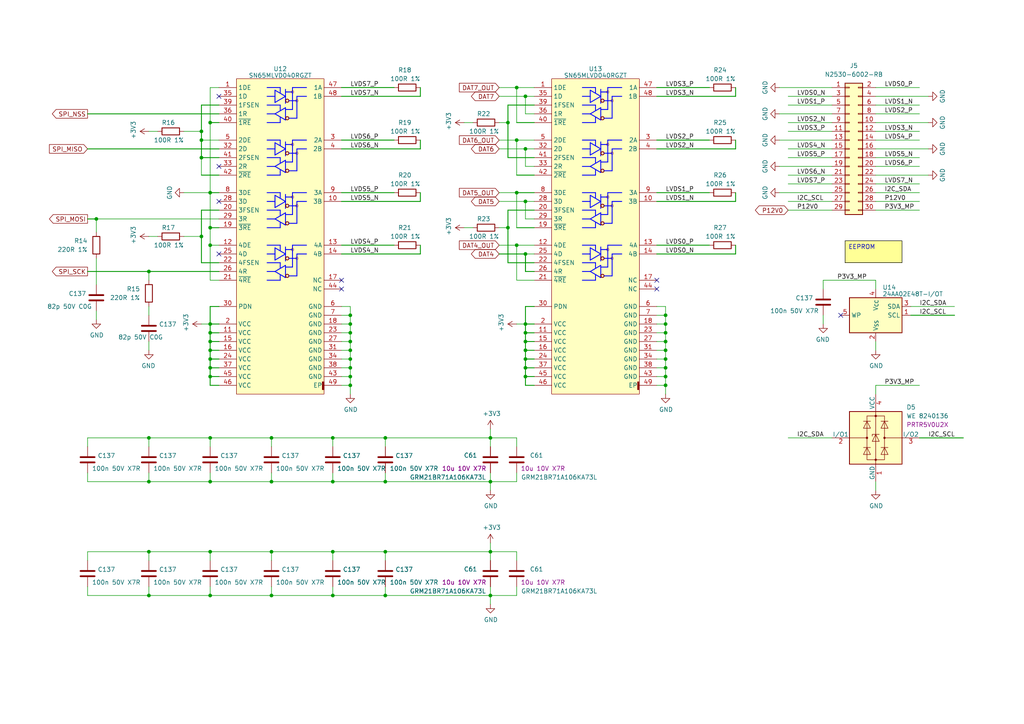
<source format=kicad_sch>
(kicad_sch (version 20230121) (generator eeschema)
  (paper "A4")
  (title_block (title "MOT coils current 100A controller ") (date "2023-11-27") (rev "2_Artiq") (company "Nicolaus Copernicus University in Toruń") (comment 1 "KL FAMO") (comment 2 "Kasli / Sinara compatible version") (comment 4 "designed by Adam Ledziński"))
  (lib_symbols
    (symbol "Connector_Generic:Conn_02x15_Odd_Even" (pin_names (offset 1.016) hide)
      (property "Reference" "J" (at 1.27 20.32 0))
      (property "Value" "Conn_02x15_Odd_Even" (at 1.27 -20.32 0))
      (symbol "Conn_02x15_Odd_Even_1_1"
        (pin passive line (at -5.08 17.78 0) (length 3.81) (name "Pin_1") (number "1"))
        (pin passive line (at 7.62 7.62 180) (length 3.81) (name "Pin_10") (number "10"))
        (pin passive line (at -5.08 5.08 0) (length 3.81) (name "Pin_11") (number "11"))
        (pin passive line (at 7.62 5.08 180) (length 3.81) (name "Pin_12") (number "12"))
        (pin passive line (at -5.08 2.54 0) (length 3.81) (name "Pin_13") (number "13"))
        (pin passive line (at 7.62 2.54 180) (length 3.81) (name "Pin_14") (number "14"))
        (pin passive line (at -5.08 0 0) (length 3.81) (name "Pin_15") (number "15"))
        (pin passive line (at 7.62 0 180) (length 3.81) (name "Pin_16") (number "16"))
        (pin passive line (at -5.08 -2.54 0) (length 3.81) (name "Pin_17") (number "17"))
        (pin passive line (at 7.62 -2.54 180) (length 3.81) (name "Pin_18") (number "18"))
        (pin passive line (at -5.08 -5.08 0) (length 3.81) (name "Pin_19") (number "19"))
        (pin passive line (at 7.62 17.78 180) (length 3.81) (name "Pin_2") (number "2"))
        (pin passive line (at 7.62 -5.08 180) (length 3.81) (name "Pin_20") (number "20"))
        (pin passive line (at -5.08 -7.62 0) (length 3.81) (name "Pin_21") (number "21"))
        (pin passive line (at 7.62 -7.62 180) (length 3.81) (name "Pin_22") (number "22"))
        (pin passive line (at -5.08 -10.16 0) (length 3.81) (name "Pin_23") (number "23"))
        (pin passive line (at 7.62 -10.16 180) (length 3.81) (name "Pin_24") (number "24"))
        (pin passive line (at -5.08 -12.7 0) (length 3.81) (name "Pin_25") (number "25"))
        (pin passive line (at 7.62 -12.7 180) (length 3.81) (name "Pin_26") (number "26"))
        (pin passive line (at -5.08 -15.24 0) (length 3.81) (name "Pin_27") (number "27"))
        (pin passive line (at 7.62 -15.24 180) (length 3.81) (name "Pin_28") (number "28"))
        (pin passive line (at -5.08 -17.78 0) (length 3.81) (name "Pin_29") (number "29"))
        (pin passive line (at -5.08 15.24 0) (length 3.81) (name "Pin_3") (number "3"))
        (pin passive line (at 7.62 -17.78 180) (length 3.81) (name "Pin_30") (number "30"))
        (pin passive line (at 7.62 15.24 180) (length 3.81) (name "Pin_4") (number "4"))
        (pin passive line (at -5.08 12.7 0) (length 3.81) (name "Pin_5") (number "5"))
        (pin passive line (at 7.62 12.7 180) (length 3.81) (name "Pin_6") (number "6"))
        (pin passive line (at -5.08 10.16 0) (length 3.81) (name "Pin_7") (number "7"))
        (pin passive line (at 7.62 10.16 180) (length 3.81) (name "Pin_8") (number "8"))
        (pin passive line (at -5.08 7.62 0) (length 3.81) (name "Pin_9") (number "9"))
      )
    )
    (symbol "Device:C" (pin_numbers hide) (pin_names (offset 0.254))
      (property "Reference" "C" (at 0.635 2.54 0))
      (property "Value" "C" (at 0.635 -2.54 0))
      (symbol "C_1_1"
        (pin passive line (at 0 3.81 270) (length 2.794) (name "~") (number "1"))
        (pin passive line (at 0 -3.81 90) (length 2.794) (name "~") (number "2"))
      )
    )
    (symbol "Device:R" (pin_numbers hide) (pin_names (offset 0))
      (property "Reference" "R" (at 2.032 0 90))
      (property "Value" "R" (at 0 0 90))
      (symbol "R_1_1"
        (pin passive line (at 0 3.81 270) (length 1.27) (name "~") (number "1"))
        (pin passive line (at 0 -3.81 90) (length 1.27) (name "~") (number "2"))
      )
    )
    (symbol "Memory_EEPROM:24AA02-OT"
      (property "Reference" "U" (at -7.62 6.35 0))
      (property "Value" "24AA02-OT" (at 2.54 -6.35 0))
      (symbol "24AA02-OT_1_1"
        (pin input line (at 10.16 0 180) (length 2.54) (name "SCL") (number "1"))
        (pin power_in line (at 0 -7.62 90) (length 2.54) (name "V_{SS}") (number "2"))
        (pin bidirectional line (at 10.16 2.54 180) (length 2.54) (name "SDA") (number "3"))
        (pin power_in line (at 0 7.62 270) (length 2.54) (name "V_{CC}") (number "4"))
        (pin input line (at -10.16 0 0) (length 2.54) (name "WP") (number "5"))
      )
    )
    (symbol "Power_Protection:PRTR5V0U2X" (pin_names (offset 0))
      (property "Reference" "D" (at 2.794 8.636 0))
      (property "Value" "PRTR5V0U2X" (at 8.128 -9.398 0))
      (symbol "PRTR5V0U2X_1_1"
        (pin passive line (at 0 -12.7 90) (length 5.08) (name "GND") (number "1"))
        (pin passive line (at -12.7 0 0) (length 5.08) (name "I/O1") (number "2"))
        (pin passive line (at 12.7 0 180) (length 5.08) (name "I/O2") (number "3"))
        (pin passive line (at 0 12.7 270) (length 5.08) (name "VCC") (number "4"))
      )
    )
    (symbol "ff:SN65MLVD040"
      (property "Reference" "U" (at 0 0 0))
      (property "Value" "SN65MLVD040RGZT" (at 0 0 0))
      (symbol "SN65MLVD040_1_0"
        (pin input line (at -5.08 -2.54 0) (length 5.08) (name "1DE") (number "1"))
        (pin bidirectional line (at 30.48 -35.56 180) (length 5.08) (name "3B") (number "10"))
        (pin power_in line (at -5.08 -73.66 0) (length 5.08) (name "VCC") (number "11"))
        (pin input line (at -5.08 -48.26 0) (length 5.08) (name "4DE") (number "12"))
        (pin bidirectional line (at 30.48 -48.26 180) (length 5.08) (name "4A") (number "13"))
        (pin bidirectional line (at 30.48 -50.8 180) (length 5.08) (name "4B") (number "14"))
        (pin power_in line (at -5.08 -76.2 0) (length 5.08) (name "VCC") (number "15"))
        (pin power_in line (at -5.08 -78.74 0) (length 5.08) (name "VCC") (number "16"))
        (pin passive line (at 30.48 -58.42 180) (length 5.08) (name "NC") (number "17"))
        (pin power_in line (at 30.48 -71.12 180) (length 5.08) (name "GND") (number "18"))
        (pin input line (at -5.08 -43.18 0) (length 5.08) (name "~{3RE}") (number "19"))
        (pin power_in line (at -5.08 -71.12 0) (length 5.08) (name "VCC") (number "2"))
        (pin input line (at -5.08 -38.1 0) (length 5.08) (name "3FSEN") (number "20"))
        (pin input line (at -5.08 -58.42 0) (length 5.08) (name "~{4RE}") (number "21"))
        (pin input line (at -5.08 -53.34 0) (length 5.08) (name "4FSEN") (number "22"))
        (pin power_in line (at 30.48 -73.66 180) (length 5.08) (name "GND") (number "23"))
        (pin power_in line (at -5.08 -81.28 0) (length 5.08) (name "VCC") (number "24"))
        (pin input line (at -5.08 -50.8 0) (length 5.08) (name "4D") (number "25"))
        (pin output line (at -5.08 -55.88 0) (length 5.08) (name "4R") (number "26"))
        (pin power_in line (at 30.48 -76.2 180) (length 5.08) (name "GND") (number "27"))
        (pin input line (at -5.08 -35.56 0) (length 5.08) (name "3D") (number "28"))
        (pin output line (at -5.08 -40.64 0) (length 5.08) (name "3R") (number "29"))
        (pin bidirectional line (at 30.48 -17.78 180) (length 5.08) (name "2A") (number "3"))
        (pin input line (at -5.08 -66.04 0) (length 5.08) (name "PDN") (number "30"))
        (pin power_in line (at 30.48 -78.74 180) (length 5.08) (name "GND") (number "31"))
        (pin input line (at -5.08 -20.32 0) (length 5.08) (name "2D") (number "32"))
        (pin output line (at -5.08 -25.4 0) (length 5.08) (name "2R") (number "33"))
        (pin power_in line (at 30.48 -81.28 180) (length 5.08) (name "GND") (number "34"))
        (pin input line (at -5.08 -5.08 0) (length 5.08) (name "1D") (number "35"))
        (pin output line (at -5.08 -10.16 0) (length 5.08) (name "1R") (number "36"))
        (pin power_in line (at -5.08 -83.82 0) (length 5.08) (name "VCC") (number "37"))
        (pin power_in line (at 30.48 -83.82 180) (length 5.08) (name "GND") (number "38"))
        (pin input line (at -5.08 -7.62 0) (length 5.08) (name "1FSEN") (number "39"))
        (pin bidirectional line (at 30.48 -20.32 180) (length 5.08) (name "2B") (number "4"))
        (pin input line (at -5.08 -12.7 0) (length 5.08) (name "~{1RE}") (number "40"))
        (pin input line (at -5.08 -22.86 0) (length 5.08) (name "2FSEN") (number "41"))
        (pin input line (at -5.08 -27.94 0) (length 5.08) (name "~{2RE}") (number "42"))
        (pin power_in line (at 30.48 -86.36 180) (length 5.08) (name "GND") (number "43"))
        (pin passive line (at 30.48 -60.96 180) (length 5.08) (name "NC") (number "44"))
        (pin power_in line (at -5.08 -86.36 0) (length 5.08) (name "VCC") (number "45"))
        (pin power_in line (at -5.08 -88.9 0) (length 5.08) (name "VCC") (number "46"))
        (pin bidirectional line (at 30.48 -2.54 180) (length 5.08) (name "1A") (number "47"))
        (pin bidirectional line (at 30.48 -5.08 180) (length 5.08) (name "1B") (number "48"))
        (pin power_in line (at 30.48 -88.9 180) (length 5.08) (name "EP") (number "49"))
        (pin input line (at -5.08 -17.78 0) (length 5.08) (name "2DE") (number "5"))
        (pin power_in line (at 30.48 -66.04 180) (length 5.08) (name "GND") (number "6"))
        (pin power_in line (at 30.48 -68.58 180) (length 5.08) (name "GND") (number "7"))
        (pin input line (at -5.08 -33.02 0) (length 5.08) (name "3DE") (number "8"))
        (pin bidirectional line (at 30.48 -33.02 180) (length 5.08) (name "3A") (number "9"))
      )
    )
    (symbol "power:+3V3" (power) (pin_names (offset 0))
      (property "Value" "+3V3" (at 0 3.556 0))
      (symbol "+3V3_1_1"
        (pin power_in line (at 0 0 90) (length 0) hide (name "+3V3") (number "1"))
      )
    )
    (symbol "power:GND" (power) (pin_names (offset 0))
      (property "Value" "GND" (at 0 -3.81 0))
      (symbol "GND_1_1"
        (pin power_in line (at 0 0 270) (length 0) hide (name "GND") (number "1"))
      )
    )
  )
  (junction (at 111.76 172.72))
  (junction (at 152.4 93.98))
  (junction (at 152.4 101.6))
  (junction (at 111.76 127))
  (junction (at 43.18 160.02))
  (junction (at 60.96 109.22))
  (junction (at 96.52 160.02))
  (junction (at 101.6 106.68))
  (junction (at 60.96 172.72))
  (junction (at 78.74 172.72))
  (junction (at 43.18 139.7))
  (junction (at 101.6 91.44))
  (junction (at 147.32 66.04))
  (junction (at 149.86 71.12))
  (junction (at 152.4 43.18))
  (junction (at 60.96 66.04))
  (junction (at 58.42 68.58))
  (junction (at 60.96 96.52))
  (junction (at 101.6 109.22))
  (junction (at 60.96 104.14))
  (junction (at 58.42 40.64))
  (junction (at 60.96 106.68))
  (junction (at 193.04 99.06))
  (junction (at 111.76 160.02))
  (junction (at 60.96 71.12))
  (junction (at 193.04 109.22))
  (junction (at 60.96 127))
  (junction (at 60.96 160.02))
  (junction (at 27.94 63.5))
  (junction (at 193.04 104.14))
  (junction (at 96.52 127))
  (junction (at 60.96 93.98))
  (junction (at 142.24 160.02))
  (junction (at 152.4 96.52))
  (junction (at 78.74 139.7))
  (junction (at 149.86 25.4))
  (junction (at 193.04 93.98))
  (junction (at 152.4 109.22))
  (junction (at 78.74 160.02))
  (junction (at 96.52 172.72))
  (junction (at 101.6 101.6))
  (junction (at 142.24 127))
  (junction (at 152.4 104.14))
  (junction (at 152.4 73.66))
  (junction (at 60.96 139.7))
  (junction (at 43.18 127))
  (junction (at 58.42 45.72))
  (junction (at 193.04 91.44))
  (junction (at 96.52 139.7))
  (junction (at 152.4 27.94))
  (junction (at 101.6 99.06))
  (junction (at 193.04 96.52))
  (junction (at 60.96 101.6))
  (junction (at 149.86 55.88))
  (junction (at 149.86 40.64))
  (junction (at 58.42 38.1))
  (junction (at 101.6 111.76))
  (junction (at 193.04 106.68))
  (junction (at 43.18 78.74))
  (junction (at 101.6 104.14))
  (junction (at 142.24 139.7))
  (junction (at 60.96 55.88))
  (junction (at 43.18 172.72))
  (junction (at 193.04 111.76))
  (junction (at 101.6 96.52))
  (junction (at 60.96 35.56))
  (junction (at 111.76 139.7))
  (junction (at 152.4 58.42))
  (junction (at 142.24 172.72))
  (junction (at 193.04 101.6))
  (junction (at 152.4 106.68))
  (junction (at 152.4 99.06))
  (junction (at 147.32 35.56))
  (junction (at 101.6 93.98))
  (junction (at 60.96 99.06))
  (junction (at 78.74 127))
  (no_connect (at 190.5 81.28))
  (no_connect (at 190.5 83.82))
  (no_connect (at 99.06 83.82))
  (no_connect (at 63.5 58.42))
  (no_connect (at 63.5 48.26))
  (no_connect (at 63.5 73.66))
  (no_connect (at 99.06 81.28))
  (no_connect (at 63.5 27.94))
  (no_connect (at 243.84 91.44))
  (wire (pts (xy 111.76 139.7) (xy 142.24 139.7)))
  (wire (pts (xy 152.4 27.94) (xy 154.94 27.94)))
  (wire (pts (xy 144.78 27.94) (xy 152.4 27.94)))
  (wire (pts (xy 121.92 43.18) (xy 121.92 40.64)) (stroke (width 0.254)))
  (wire (pts (xy 190.5 96.52) (xy 193.04 96.52)))
  (wire (pts (xy 101.6 88.9) (xy 99.06 88.9)))
  (wire (pts (xy 142.24 127) (xy 142.24 129.54)))
  (wire (pts (xy 254 53.34) (xy 266.7 53.34)))
  (wire (pts (xy 60.96 109.22) (xy 60.96 106.68)) (stroke (width 0.254)))
  (wire (pts (xy 96.52 139.7) (xy 111.76 139.7)))
  (wire (pts (xy 96.52 160.02) (xy 111.76 160.02)))
  (wire (pts (xy 43.18 88.9) (xy 43.18 91.44)))
  (wire (pts (xy 154.94 45.72) (xy 147.32 45.72)) (stroke (width 0.254)))
  (wire (pts (xy 154.94 111.76) (xy 152.4 111.76)) (stroke (width 0.254)))
  (wire (pts (xy 60.96 35.56) (xy 63.5 35.56)) (stroke (width 0.254)))
  (wire (pts (xy 149.86 160.02) (xy 149.86 162.56)))
  (wire (pts (xy 25.4 160.02) (xy 43.18 160.02)))
  (wire (pts (xy 25.4 63.5) (xy 27.94 63.5)) (stroke (width 0.254)))
  (wire (pts (xy 254 27.94) (xy 269.24 27.94)))
  (wire (pts (xy 193.04 101.6) (xy 193.04 99.06)))
  (wire (pts (xy 149.86 40.64) (xy 149.86 50.8)))
  (wire (pts (xy 99.06 93.98) (xy 101.6 93.98)))
  (wire (pts (xy 78.74 137.16) (xy 78.74 139.7)))
  (wire (pts (xy 149.86 93.98) (xy 152.4 93.98)))
  (wire (pts (xy 63.5 104.14) (xy 60.96 104.14)) (stroke (width 0.254)))
  (wire (pts (xy 264.16 88.9) (xy 276.86 88.9)))
  (wire (pts (xy 254 35.56) (xy 269.24 35.56)))
  (wire (pts (xy 142.24 175.26) (xy 142.24 172.72)))
  (wire (pts (xy 228.6 60.96) (xy 241.3 60.96)))
  (wire (pts (xy 60.96 139.7) (xy 78.74 139.7)))
  (wire (pts (xy 149.86 139.7) (xy 149.86 137.16)))
  (wire (pts (xy 60.96 66.04) (xy 63.5 66.04)) (stroke (width 0.254)))
  (wire (pts (xy 60.96 71.12) (xy 60.96 81.28)))
  (wire (pts (xy 78.74 170.18) (xy 78.74 172.72)))
  (wire (pts (xy 60.96 99.06) (xy 60.96 96.52)) (stroke (width 0.254)))
  (wire (pts (xy 99.06 25.4) (xy 114.3 25.4)) (stroke (width 0.254)))
  (wire (pts (xy 101.6 91.44) (xy 101.6 88.9)))
  (wire (pts (xy 53.34 38.1) (xy 58.42 38.1)))
  (wire (pts (xy 254 38.1) (xy 266.7 38.1)))
  (wire (pts (xy 142.24 172.72) (xy 142.24 170.18)))
  (wire (pts (xy 190.5 40.64) (xy 205.74 40.64)) (stroke (width 0.254)))
  (wire (pts (xy 228.6 58.42) (xy 241.3 58.42)))
  (wire (pts (xy 78.74 172.72) (xy 96.52 172.72)))
  (wire (pts (xy 43.18 68.58) (xy 45.72 68.58)))
  (wire (pts (xy 254 43.18) (xy 269.24 43.18)))
  (wire (pts (xy 101.6 104.14) (xy 101.6 101.6)))
  (wire (pts (xy 254 48.26) (xy 266.7 48.26)))
  (wire (pts (xy 43.18 127) (xy 60.96 127)))
  (wire (pts (xy 43.18 99.06) (xy 43.18 101.6)))
  (wire (pts (xy 111.76 127) (xy 111.76 129.54)))
  (wire (pts (xy 99.06 27.94) (xy 121.92 27.94)) (stroke (width 0.254)))
  (wire (pts (xy 228.6 35.56) (xy 241.3 35.56)))
  (wire (pts (xy 193.04 104.14) (xy 193.04 101.6)))
  (wire (pts (xy 152.4 106.68) (xy 152.4 104.14)) (stroke (width 0.254)))
  (wire (pts (xy 60.96 170.18) (xy 60.96 172.72)))
  (wire (pts (xy 78.74 127) (xy 78.74 129.54)))
  (wire (pts (xy 147.32 76.2) (xy 154.94 76.2)) (stroke (width 0.254)))
  (wire (pts (xy 264.16 91.44) (xy 276.86 91.44)) (stroke (width 0.254)))
  (wire (pts (xy 78.74 139.7) (xy 96.52 139.7)))
  (wire (pts (xy 142.24 160.02) (xy 142.24 162.56)))
  (wire (pts (xy 154.94 40.64) (xy 149.86 40.64)))
  (wire (pts (xy 226.06 55.88) (xy 241.3 55.88)))
  (wire (pts (xy 154.94 104.14) (xy 152.4 104.14)) (stroke (width 0.254)))
  (wire (pts (xy 111.76 160.02) (xy 111.76 162.56)))
  (wire (pts (xy 254 81.28) (xy 254 83.82)))
  (wire (pts (xy 193.04 111.76) (xy 193.04 109.22)))
  (wire (pts (xy 228.6 53.34) (xy 241.3 53.34)))
  (wire (pts (xy 111.76 170.18) (xy 111.76 172.72)))
  (wire (pts (xy 152.4 73.66) (xy 152.4 78.74)) (stroke (width 0.254)))
  (wire (pts (xy 254 40.64) (xy 266.7 40.64)))
  (wire (pts (xy 152.4 58.42) (xy 154.94 58.42)))
  (wire (pts (xy 78.74 160.02) (xy 78.74 162.56)))
  (wire (pts (xy 193.04 114.3) (xy 193.04 111.76)))
  (wire (pts (xy 152.4 101.6) (xy 152.4 99.06)) (stroke (width 0.254)))
  (wire (pts (xy 60.96 127) (xy 78.74 127)))
  (wire (pts (xy 152.4 99.06) (xy 152.4 96.52)) (stroke (width 0.254)))
  (wire (pts (xy 149.86 127) (xy 149.86 129.54)))
  (wire (pts (xy 266.7 127) (xy 279.4 127)) (stroke (width 0.254)))
  (wire (pts (xy 238.76 81.28) (xy 238.76 83.82)))
  (wire (pts (xy 149.86 172.72) (xy 149.86 170.18)))
  (wire (pts (xy 58.42 40.64) (xy 58.42 45.72)) (stroke (width 0.254)))
  (wire (pts (xy 25.4 127) (xy 43.18 127)))
  (wire (pts (xy 144.78 71.12) (xy 149.86 71.12)))
  (wire (pts (xy 99.06 106.68) (xy 101.6 106.68)))
  (wire (pts (xy 63.5 109.22) (xy 60.96 109.22)) (stroke (width 0.254)))
  (wire (pts (xy 99.06 96.52) (xy 101.6 96.52)))
  (wire (pts (xy 58.42 50.8) (xy 63.5 50.8)) (stroke (width 0.254)))
  (wire (pts (xy 58.42 76.2) (xy 63.5 76.2)) (stroke (width 0.254)))
  (wire (pts (xy 144.78 35.56) (xy 147.32 35.56)))
  (wire (pts (xy 190.5 71.12) (xy 205.74 71.12)) (stroke (width 0.254)))
  (wire (pts (xy 96.52 137.16) (xy 96.52 139.7)))
  (wire (pts (xy 152.4 106.68) (xy 154.94 106.68)) (stroke (width 0.254)))
  (wire (pts (xy 254 60.96) (xy 266.7 60.96)))
  (wire (pts (xy 58.42 45.72) (xy 58.42 50.8)))
  (wire (pts (xy 25.4 127) (xy 25.4 129.54)))
  (wire (pts (xy 25.4 33.02) (xy 63.5 33.02)) (stroke (width 0.254)))
  (wire (pts (xy 144.78 55.88) (xy 149.86 55.88)))
  (wire (pts (xy 99.06 104.14) (xy 101.6 104.14)))
  (wire (pts (xy 101.6 106.68) (xy 101.6 104.14)))
  (wire (pts (xy 190.5 109.22) (xy 193.04 109.22)))
  (wire (pts (xy 152.4 78.74) (xy 154.94 78.74)) (stroke (width 0.254)))
  (wire (pts (xy 226.06 40.64) (xy 241.3 40.64)))
  (wire (pts (xy 213.36 43.18) (xy 213.36 40.64)) (stroke (width 0.254)))
  (wire (pts (xy 60.96 106.68) (xy 60.96 104.14)) (stroke (width 0.254)))
  (wire (pts (xy 254 25.4) (xy 266.7 25.4)))
  (wire (pts (xy 190.5 58.42) (xy 213.36 58.42)) (stroke (width 0.254)))
  (wire (pts (xy 213.36 58.42) (xy 213.36 55.88)) (stroke (width 0.254)))
  (wire (pts (xy 137.16 35.56) (xy 134.62 35.56)))
  (wire (pts (xy 60.96 66.04) (xy 60.96 71.12)))
  (wire (pts (xy 149.86 66.04) (xy 154.94 66.04)) (stroke (width 0.254)))
  (wire (pts (xy 190.5 27.94) (xy 213.36 27.94)) (stroke (width 0.254)))
  (wire (pts (xy 193.04 99.06) (xy 193.04 96.52)))
  (wire (pts (xy 190.5 93.98) (xy 193.04 93.98)))
  (wire (pts (xy 152.4 73.66) (xy 152.4 78.74)))
  (wire (pts (xy 60.96 81.28) (xy 63.5 81.28)))
  (wire (pts (xy 96.52 127) (xy 111.76 127)))
  (wire (pts (xy 111.76 160.02) (xy 142.24 160.02)))
  (wire (pts (xy 149.86 71.12) (xy 154.94 71.12)))
  (wire (pts (xy 142.24 160.02) (xy 149.86 160.02)))
  (wire (pts (xy 60.96 93.98) (xy 63.5 93.98)) (stroke (width 0.254)))
  (wire (pts (xy 60.96 25.4) (xy 63.5 25.4)))
  (wire (pts (xy 96.52 172.72) (xy 111.76 172.72)))
  (wire (pts (xy 147.32 66.04) (xy 147.32 76.2)) (stroke (width 0.254)))
  (wire (pts (xy 190.5 43.18) (xy 213.36 43.18)) (stroke (width 0.254)))
  (wire (pts (xy 144.78 73.66) (xy 152.4 73.66)) (stroke (width 0.254)))
  (wire (pts (xy 111.76 127) (xy 142.24 127)))
  (wire (pts (xy 58.42 38.1) (xy 58.42 40.64)) (stroke (width 0.254)))
  (wire (pts (xy 228.6 127) (xy 241.3 127)))
  (wire (pts (xy 193.04 96.52) (xy 193.04 93.98)))
  (wire (pts (xy 99.06 55.88) (xy 114.3 55.88)) (stroke (width 0.254)))
  (wire (pts (xy 96.52 170.18) (xy 96.52 172.72)))
  (wire (pts (xy 149.86 35.56) (xy 154.94 35.56)) (stroke (width 0.254)))
  (wire (pts (xy 101.6 111.76) (xy 101.6 109.22)))
  (wire (pts (xy 149.86 55.88) (xy 149.86 66.04)))
  (wire (pts (xy 152.4 63.5) (xy 152.4 58.42)))
  (wire (pts (xy 142.24 127) (xy 149.86 127)))
  (wire (pts (xy 149.86 55.88) (xy 154.94 55.88)) (stroke (width 0.254)))
  (wire (pts (xy 111.76 137.16) (xy 111.76 139.7)))
  (wire (pts (xy 43.18 78.74) (xy 63.5 78.74)) (stroke (width 0.254)))
  (wire (pts (xy 190.5 106.68) (xy 193.04 106.68)))
  (wire (pts (xy 53.34 55.88) (xy 60.96 55.88)))
  (wire (pts (xy 254 101.6) (xy 254 99.06)))
  (wire (pts (xy 60.96 96.52) (xy 60.96 93.98)) (stroke (width 0.254)))
  (wire (pts (xy 142.24 172.72) (xy 149.86 172.72)))
  (wire (pts (xy 99.06 101.6) (xy 101.6 101.6)))
  (wire (pts (xy 147.32 30.48) (xy 154.94 30.48)) (stroke (width 0.254)))
  (wire (pts (xy 53.34 68.58) (xy 58.42 68.58)))
  (wire (pts (xy 190.5 55.88) (xy 205.74 55.88)) (stroke (width 0.254)))
  (wire (pts (xy 58.42 93.98) (xy 60.96 93.98)))
  (wire (pts (xy 63.5 60.96) (xy 58.42 60.96)) (stroke (width 0.254)))
  (wire (pts (xy 96.52 129.54) (xy 96.52 127)))
  (wire (pts (xy 142.24 142.24) (xy 142.24 139.7)))
  (wire (pts (xy 149.86 25.4) (xy 149.86 35.56)))
  (wire (pts (xy 58.42 30.48) (xy 58.42 38.1)) (stroke (width 0.254)))
  (wire (pts (xy 60.96 111.76) (xy 60.96 109.22)) (stroke (width 0.254)))
  (wire (pts (xy 254 45.72) (xy 266.7 45.72)))
  (wire (pts (xy 152.4 48.26) (xy 152.4 43.18)))
  (wire (pts (xy 78.74 127) (xy 96.52 127)))
  (wire (pts (xy 27.94 90.17) (xy 27.94 92.71)))
  (wire (pts (xy 58.42 68.58) (xy 58.42 76.2)) (stroke (width 0.254)))
  (wire (pts (xy 228.6 43.18) (xy 241.3 43.18)))
  (wire (pts (xy 190.5 101.6) (xy 193.04 101.6)))
  (wire (pts (xy 254 55.88) (xy 266.7 55.88)))
  (wire (pts (xy 142.24 139.7) (xy 142.24 137.16)))
  (wire (pts (xy 226.06 25.4) (xy 241.3 25.4)))
  (wire (pts (xy 27.94 74.93) (xy 27.94 82.55)))
  (wire (pts (xy 99.06 40.64) (xy 114.3 40.64)) (stroke (width 0.254)))
  (wire (pts (xy 121.92 27.94) (xy 121.92 25.4)) (stroke (width 0.254)))
  (wire (pts (xy 60.96 101.6) (xy 63.5 101.6)) (stroke (width 0.254)))
  (wire (pts (xy 152.4 96.52) (xy 152.4 93.98)) (stroke (width 0.254)))
  (wire (pts (xy 213.36 73.66) (xy 213.36 71.12)) (stroke (width 0.254)))
  (wire (pts (xy 99.06 73.66) (xy 121.92 73.66)) (stroke (width 0.254)))
  (wire (pts (xy 254 142.24) (xy 254 139.7)))
  (wire (pts (xy 111.76 172.72) (xy 142.24 172.72)))
  (wire (pts (xy 154.94 88.9) (xy 152.4 88.9)) (stroke (width 0.254)))
  (wire (pts (xy 60.96 101.6) (xy 60.96 99.06)) (stroke (width 0.254)))
  (wire (pts (xy 226.06 33.02) (xy 241.3 33.02)))
  (wire (pts (xy 25.4 170.18) (xy 25.4 172.72)))
  (wire (pts (xy 144.78 66.04) (xy 147.32 66.04)))
  (wire (pts (xy 60.96 55.88) (xy 60.96 66.04)))
  (wire (pts (xy 190.5 99.06) (xy 193.04 99.06)))
  (wire (pts (xy 152.4 111.76) (xy 152.4 109.22)) (stroke (width 0.254)))
  (wire (pts (xy 142.24 157.48) (xy 142.24 160.02)))
  (wire (pts (xy 152.4 93.98) (xy 154.94 93.98)) (stroke (width 0.254)))
  (wire (pts (xy 99.06 109.22) (xy 101.6 109.22)))
  (wire (pts (xy 43.18 137.16) (xy 43.18 139.7)))
  (wire (pts (xy 254 58.42) (xy 266.7 58.42)))
  (wire (pts (xy 228.6 45.72) (xy 241.3 45.72)))
  (wire (pts (xy 144.78 43.18) (xy 152.4 43.18)))
  (wire (pts (xy 149.86 81.28) (xy 154.94 81.28)))
  (wire (pts (xy 238.76 81.28) (xy 254 81.28)))
  (wire (pts (xy 154.94 109.22) (xy 152.4 109.22)) (stroke (width 0.254)))
  (wire (pts (xy 144.78 58.42) (xy 152.4 58.42)))
  (wire (pts (xy 238.76 93.98) (xy 238.76 91.44)))
  (wire (pts (xy 60.96 88.9) (xy 60.96 93.98)) (stroke (width 0.254)))
  (wire (pts (xy 45.72 38.1) (xy 43.18 38.1)))
  (wire (pts (xy 142.24 139.7) (xy 149.86 139.7)))
  (wire (pts (xy 63.5 30.48) (xy 58.42 30.48)) (stroke (width 0.254)))
  (wire (pts (xy 43.18 170.18) (xy 43.18 172.72)))
  (wire (pts (xy 43.18 78.74) (xy 43.18 81.28)))
  (wire (pts (xy 60.96 172.72) (xy 78.74 172.72)))
  (wire (pts (xy 60.96 55.88) (xy 63.5 55.88)) (stroke (width 0.254)))
  (wire (pts (xy 228.6 50.8) (xy 241.3 50.8)))
  (wire (pts (xy 254 33.02) (xy 266.7 33.02)))
  (wire (pts (xy 228.6 38.1) (xy 241.3 38.1)))
  (wire (pts (xy 25.4 172.72) (xy 43.18 172.72)))
  (wire (pts (xy 154.94 99.06) (xy 152.4 99.06)) (stroke (width 0.254)))
  (wire (pts (xy 60.96 104.14) (xy 60.96 101.6)) (stroke (width 0.254)))
  (wire (pts (xy 27.94 63.5) (xy 27.94 67.31)))
  (wire (pts (xy 60.96 96.52) (xy 63.5 96.52)) (stroke (width 0.254)))
  (wire (pts (xy 99.06 71.12) (xy 114.3 71.12)) (stroke (width 0.254)))
  (wire (pts (xy 25.4 43.18) (xy 63.5 43.18)) (stroke (width 0.254)))
  (wire (pts (xy 149.86 71.12) (xy 149.86 81.28)))
  (wire (pts (xy 78.74 160.02) (xy 96.52 160.02)))
  (wire (pts (xy 43.18 160.02) (xy 60.96 160.02)))
  (wire (pts (xy 25.4 160.02) (xy 25.4 162.56)))
  (wire (pts (xy 152.4 43.18) (xy 154.94 43.18)))
  (wire (pts (xy 99.06 99.06) (xy 101.6 99.06)))
  (wire (pts (xy 60.96 127) (xy 60.96 129.54)))
  (wire (pts (xy 60.96 25.4) (xy 60.96 35.56)))
  (wire (pts (xy 152.4 33.02) (xy 152.4 27.94)))
  (wire (pts (xy 154.94 33.02) (xy 152.4 33.02)))
  (wire (pts (xy 101.6 109.22) (xy 101.6 106.68)))
  (wire (pts (xy 190.5 25.4) (xy 205.74 25.4)) (stroke (width 0.254)))
  (wire (pts (xy 254 30.48) (xy 266.7 30.48)))
  (wire (pts (xy 149.86 25.4) (xy 154.94 25.4)))
  (wire (pts (xy 152.4 101.6) (xy 154.94 101.6)) (stroke (width 0.254)))
  (wire (pts (xy 121.92 58.42) (xy 121.92 55.88)) (stroke (width 0.254)))
  (wire (pts (xy 193.04 88.9) (xy 190.5 88.9)))
  (wire (pts (xy 147.32 30.48) (xy 147.32 35.56)) (stroke (width 0.254)))
  (wire (pts (xy 63.5 45.72) (xy 58.42 45.72)) (stroke (width 0.254)))
  (wire (pts (xy 147.32 60.96) (xy 154.94 60.96)) (stroke (width 0.254)))
  (wire (pts (xy 152.4 104.14) (xy 152.4 101.6)) (stroke (width 0.254)))
  (wire (pts (xy 134.62 66.04) (xy 137.16 66.04)))
  (wire (pts (xy 193.04 106.68) (xy 193.04 104.14)))
  (wire (pts (xy 101.6 96.52) (xy 101.6 93.98)))
  (wire (pts (xy 190.5 104.14) (xy 193.04 104.14)))
  (wire (pts (xy 25.4 137.16) (xy 25.4 139.7)))
  (wire (pts (xy 193.04 93.98) (xy 193.04 91.44)))
  (wire (pts (xy 99.06 91.44) (xy 101.6 91.44)))
  (wire (pts (xy 63.5 111.76) (xy 60.96 111.76)) (stroke (width 0.254)))
  (wire (pts (xy 63.5 99.06) (xy 60.96 99.06)) (stroke (width 0.254)))
  (wire (pts (xy 147.32 60.96) (xy 147.32 66.04)) (stroke (width 0.254)))
  (wire (pts (xy 144.78 40.64) (xy 149.86 40.64)))
  (wire (pts (xy 60.96 35.56) (xy 60.96 55.88)))
  (wire (pts (xy 43.18 139.7) (xy 60.96 139.7)))
  (wire (pts (xy 152.4 109.22) (xy 152.4 106.68)) (stroke (width 0.254)))
  (wire (pts (xy 121.92 73.66) (xy 121.92 71.12)) (stroke (width 0.254)))
  (wire (pts (xy 43.18 127) (xy 43.18 129.54)))
  (wire (pts (xy 25.4 139.7) (xy 43.18 139.7)))
  (wire (pts (xy 144.78 25.4) (xy 149.86 25.4)))
  (wire (pts (xy 254 111.76) (xy 254 114.3)))
  (wire (pts (xy 99.06 58.42) (xy 121.92 58.42)) (stroke (width 0.254)))
  (wire (pts (xy 228.6 30.48) (xy 241.3 30.48)))
  (wire (pts (xy 101.6 99.06) (xy 101.6 96.52)))
  (wire (pts (xy 154.94 48.26) (xy 152.4 48.26)))
  (wire (pts (xy 213.36 27.94) (xy 213.36 25.4)) (stroke (width 0.254)))
  (wire (pts (xy 101.6 114.3) (xy 101.6 111.76)))
  (wire (pts (xy 154.94 73.66) (xy 152.4 73.66)))
  (wire (pts (xy 154.94 63.5) (xy 152.4 63.5)))
  (wire (pts (xy 63.5 88.9) (xy 60.96 88.9)) (stroke (width 0.254)))
  (wire (pts (xy 60.96 160.02) (xy 78.74 160.02)))
  (wire (pts (xy 25.4 78.74) (xy 43.18 78.74)) (stroke (width 0.254)))
  (wire (pts (xy 152.4 88.9) (xy 152.4 93.98)) (stroke (width 0.254)))
  (wire (pts (xy 193.04 109.22) (xy 193.04 106.68)))
  (wire (pts (xy 152.4 96.52) (xy 154.94 96.52)) (stroke (width 0.254)))
  (wire (pts (xy 149.86 50.8) (xy 154.94 50.8)) (stroke (width 0.254)))
  (wire (pts (xy 142.24 124.46) (xy 142.24 127)))
  (wire (pts (xy 228.6 27.94) (xy 241.3 27.94)))
  (wire (pts (xy 254 111.76) (xy 266.7 111.76)))
  (wire (pts (xy 101.6 93.98) (xy 101.6 91.44)))
  (wire (pts (xy 254 50.8) (xy 269.24 50.8)))
  (wire (pts (xy 43.18 160.02) (xy 43.18 162.56)))
  (wire (pts (xy 60.96 137.16) (xy 60.96 139.7)))
  (wire (pts (xy 43.18 172.72) (xy 60.96 172.72)))
  (wire (pts (xy 27.94 63.5) (xy 63.5 63.5)))
  (wire (pts (xy 58.42 40.64) (xy 63.5 40.64)))
  (wire (pts (xy 193.04 91.44) (xy 193.04 88.9)))
  (wire (pts (xy 99.06 111.76) (xy 101.6 111.76)))
  (wire (pts (xy 190.5 91.44) (xy 193.04 91.44)))
  (wire (pts (xy 60.96 106.68) (xy 63.5 106.68)) (stroke (width 0.254)))
  (wire (pts (xy 58.42 60.96) (xy 58.42 68.58)) (stroke (width 0.254)))
  (wire (pts (xy 96.52 162.56) (xy 96.52 160.02)))
  (wire (pts (xy 190.5 73.66) (xy 213.36 73.66)) (stroke (width 0.254)))
  (wire (pts (xy 147.32 35.56) (xy 147.32 45.72)) (stroke (width 0.254)))
  (wire (pts (xy 99.06 43.18) (xy 121.92 43.18)) (stroke (width 0.254)))
  (wire (pts (xy 226.06 48.26) (xy 241.3 48.26)))
  (wire (pts (xy 60.96 160.02) (xy 60.96 162.56)))
  (wire (pts (xy 60.96 71.12) (xy 63.5 71.12)))
  (wire (pts (xy 190.5 111.76) (xy 193.04 111.76)))
  (wire (pts (xy 101.6 101.6) (xy 101.6 99.06)))
  (text_box "EEPROM\n" (at 245.11 69.85 0) (size 16.51 6.35) (stroke (width 0) (color 0 0 0 1)) (fill (type color) (color 255 255 150 1)) (effects (font (size 1.27 1.27)) (justify left top)))
  (label "P12V0" (at 256.54 58.42 0))
  (label "LVDS1_P" (at 193.04 55.88 0))
  (label "I2C_SDA" (at 231.14 127 0))
  (label "LVDS1_N" (at 193.04 58.42 0))
  (label "LVDS3_N" (at 193.04 27.94 0))
  (label "LVDS3_N" (at 256.54 38.1 0))
  (label "P12V0" (at 231.14 60.96 0))
  (label "LVDS5_N" (at 101.6 58.42 0))
  (label "LVDS6_N" (at 231.14 50.8 0))
  (label "LVDS5_P" (at 231.14 45.72 0))
  (label "LVDS7_P" (at 101.6 25.4 0))
  (label "I2C_SDA" (at 256.54 55.88 0))
  (label "LVDS0_P" (at 193.04 71.12 0))
  (label "LVDS7_N" (at 101.6 27.94 0))
  (label "I2C_SCL" (at 266.7 91.44 0))
  (label "LVDS0_P" (at 256.54 25.4 0))
  (label "I2C_SCL" (at 231.14 58.42 0))
  (label "LVDS4_P" (at 101.6 71.12 0))
  (label "LVDS5_N" (at 256.54 45.72 0))
  (label "LVDS2_N" (at 231.14 35.56 0))
  (label "LVDS0_N" (at 231.14 27.94 0))
  (label "LVDS6_P" (at 256.54 48.26 0))
  (label "LVDS4_P" (at 256.54 40.64 0))
  (label "P3V3_MP" (at 256.54 60.96 0))
  (label "LVDS4_N" (at 231.14 43.18 0))
  (label "P3V3_MP" (at 251.46 81.28 180))
  (label "I2C_SDA" (at 266.7 88.9 0))
  (label "LVDS4_N" (at 101.6 73.66 0))
  (label "LVDS1_N" (at 256.54 30.48 0))
  (label "LVDS2_N" (at 193.04 43.18 0))
  (label "LVDS5_P" (at 101.6 55.88 0))
  (label "P3V3_MP" (at 256.54 111.76 0))
  (label "LVDS6_N" (at 101.6 43.18 0))
  (label "LVDS2_P" (at 256.54 33.02 0))
  (label "LVDS3_P" (at 193.04 25.4 0))
  (label "LVDS2_P" (at 193.04 40.64 0))
  (label "LVDS0_N" (at 193.04 73.66 0))
  (label "LVDS7_N" (at 256.54 53.34 0))
  (label "LVDS1_P" (at 231.14 30.48 0))
  (label "I2C_SCL" (at 269.24 127 0))
  (label "LVDS7_P" (at 231.14 53.34 0))
  (label "LVDS3_P" (at 231.14 38.1 0))
  (label "LVDS6_P" (at 101.6 40.64 0))
  (global_label "SPI_MISO" (shape input) (at 25.4 43.18 180) (property "Intersheetrefs" "${INTERSHEET_REFS}" (effects hide)))
  (global_label "DAT4" (shape bidirectional) (at 144.78 73.66 180) (property "Intersheetrefs" "${INTERSHEET_REFS}" (effects hide)))
  (global_label "SPI_NSS" (shape output) (at 25.4 33.02 180) (property "Intersheetrefs" "${INTERSHEET_REFS}" (effects hide)))
  (global_label "SPI_MOSI" (shape output) (at 25.4 63.5 180) (property "Intersheetrefs" "${INTERSHEET_REFS}" (effects hide)))
  (global_label "DAT5" (shape bidirectional) (at 144.78 58.42 180) (property "Intersheetrefs" "${INTERSHEET_REFS}" (effects hide)))
  (global_label "DAT5_OUT" (shape input) (at 144.78 55.88 180) (property "Intersheetrefs" "${INTERSHEET_REFS}" (effects hide)))
  (global_label "P12V0" (shape bidirectional) (at 228.6 60.96 180) (property "Intersheetrefs" "${INTERSHEET_REFS}" (effects hide)))
  (global_label "DAT6_OUT" (shape input) (at 144.78 40.64 180) (property "Intersheetrefs" "${INTERSHEET_REFS}" (effects hide)))
  (global_label "DAT7_OUT" (shape input) (at 144.78 25.4 180) (property "Intersheetrefs" "${INTERSHEET_REFS}" (effects hide)))
  (global_label "DAT7" (shape bidirectional) (at 144.78 27.94 180) (property "Intersheetrefs" "${INTERSHEET_REFS}" (effects hide)))
  (global_label "SPI_SCK" (shape output) (at 25.4 78.74 180) (property "Intersheetrefs" "${INTERSHEET_REFS}" (effects hide)))
  (global_label "DAT4_OUT" (shape input) (at 144.78 71.12 180) (property "Intersheetrefs" "${INTERSHEET_REFS}" (effects hide)))
  (global_label "DAT6" (shape bidirectional) (at 144.78 43.18 180) (property "Intersheetrefs" "${INTERSHEET_REFS}" (effects hide)))
  (symbol (lib_id "power:+3V3") (at 58.42 93.98 90) (unit 1)
    (property "Reference" "#PWR0110" (effects hide))
    (property "Value" "+3V3" (at 53.9242 93.599 0))
    (instances (project "powersc7" (path "" (reference "#PWR0110") (unit 1))) (project "current100A_Artiq" (path "" (reference "#PWR087") (unit 1))))
  )
  (symbol (lib_id "Device:C") (at 142.24 133.35 0) (mirror y) (unit 1)
    (property "Reference" "C61" (at 138.43 132.08 0) (effects (justify left)))
    (property "Value" "GRM21BR71A106KA73L" (at 140.97 138.43 0) (effects (justify left)))
    (property "Footprint" "Capacitor_SMD:C_0805_2012Metric" (effects hide))
    (property "Comm" "10u 10V X7R" (at 134.62 135.89 0))
    (instances (project "powersc7" (path "" (reference "C61") (unit 1))) (project "current100A_Artiq" (path "" (reference "C85") (unit 1))))
  )
  (symbol (lib_id "Device:C") (at 43.18 95.25 0) (unit 1)
    (property "Reference" "C137" (at 46.101 94.0562 0) (effects (justify left)))
    (property "Value" "82p 50V C0G" (at 34.29 97.79 0) (effects (justify left)))
    (property "Footprint" "Capacitor_SMD:C_0603_1608Metric" (effects hide))
    (instances (project "Cardio chair" (path "" (reference "C137") (unit 1))) (project "PID_FAMO_v2" (path "" (reference "C137") (unit 1)) (path "" (reference "C?") (unit 1))) (project "current100A_Artiq" (path "" (reference "C74") (unit 1))))
  )
  (symbol (lib_id "power:GND") (at 226.06 48.26 270) (unit 1)
    (property "Reference" "#PWR0100" (effects hide))
    (property "Value" "GND" (at 221.9245 48.26 0))
  )
  (symbol (lib_id "Device:C") (at 78.74 133.35 0) (unit 1)
    (property "Reference" "C137" (at 81.661 132.1562 0) (effects (justify left)))
    (property "Value" "100n 50V X7R" (at 80.01 135.89 0) (effects (justify left)))
    (property "Footprint" "Capacitor_SMD:C_0603_1608Metric" (effects hide))
    (instances (project "Cardio chair" (path "" (reference "C137") (unit 1))) (project "PID_FAMO_v2" (path "" (reference "C137") (unit 1)) (path "" (reference "C?") (unit 1))) (project "current100A_Artiq" (path "" (reference "C79") (unit 1))))
  )
  (symbol (lib_id "power:GND") (at 226.06 55.88 270) (unit 1)
    (property "Reference" "#PWR0101" (effects hide))
    (property "Value" "GND" (at 221.9245 55.88 0))
  )
  (symbol (lib_id "Device:C") (at 111.76 166.37 0) (unit 1)
    (property "Reference" "C137" (at 114.681 165.1762 0) (effects (justify left)))
    (property "Value" "100n 50V X7R" (at 113.03 168.91 0) (effects (justify left)))
    (property "Footprint" "Capacitor_SMD:C_0603_1608Metric" (effects hide))
    (instances (project "Cardio chair" (path "" (reference "C137") (unit 1))) (project "PID_FAMO_v2" (path "" (reference "C137") (unit 1)) (path "" (reference "C?") (unit 1))) (project "current100A_Artiq" (path "" (reference "C84") (unit 1))))
  )
  (symbol (lib_id "Device:R") (at 118.11 71.12 270) (unit 1)
    (property "Reference" "R21" (at 119.38 66.04 90) (effects (justify right)))
    (property "Value" "100R 1%" (at 121.92 68.58 90) (effects (justify right)))
    (property "Footprint" "Resistor_SMD:R_0603_1608Metric" (effects hide))
  )
  (symbol (lib_id "Device:C") (at 96.52 166.37 0) (unit 1)
    (property "Reference" "C137" (at 99.441 165.1762 0) (effects (justify left)))
    (property "Value" "100n 50V X7R" (at 97.79 168.91 0) (effects (justify left)))
    (property "Footprint" "Capacitor_SMD:C_0603_1608Metric" (effects hide))
    (instances (project "Cardio chair" (path "" (reference "C137") (unit 1))) (project "PID_FAMO_v2" (path "" (reference "C137") (unit 1)) (path "" (reference "C?") (unit 1))) (project "current100A_Artiq" (path "" (reference "C82") (unit 1))))
  )
  (symbol (lib_id "Device:R") (at 49.53 68.58 270) (unit 1)
    (property "Reference" "R17" (at 50.8 66.04 90) (effects (justify right)))
    (property "Value" "100R 1%" (at 53.34 71.12 90) (effects (justify right)))
    (property "Footprint" "Resistor_SMD:R_0603_1608Metric" (effects hide))
  )
  (symbol (lib_id "Device:C") (at 111.76 133.35 0) (unit 1)
    (property "Reference" "C137" (at 114.681 132.1562 0) (effects (justify left)))
    (property "Value" "100n 50V X7R" (at 113.03 135.89 0) (effects (justify left)))
    (property "Footprint" "Capacitor_SMD:C_0603_1608Metric" (effects hide))
    (instances (project "Cardio chair" (path "" (reference "C137") (unit 1))) (project "PID_FAMO_v2" (path "" (reference "C137") (unit 1)) (path "" (reference "C?") (unit 1))) (project "current100A_Artiq" (path "" (reference "C83") (unit 1))))
  )
  (symbol (lib_id "Device:C") (at 43.18 166.37 0) (unit 1)
    (property "Reference" "C137" (at 46.101 165.1762 0) (effects (justify left)))
    (property "Value" "100n 50V X7R" (at 44.45 168.91 0) (effects (justify left)))
    (property "Footprint" "Capacitor_SMD:C_0603_1608Metric" (effects hide))
    (instances (project "Cardio chair" (path "" (reference "C137") (unit 1))) (project "PID_FAMO_v2" (path "" (reference "C137") (unit 1)) (path "" (reference "C?") (unit 1))) (project "current100A_Artiq" (path "" (reference "C76") (unit 1))))
  )
  (symbol (lib_id "Power_Protection:PRTR5V0U2X") (at 254 127 0) (unit 1)
    (property "Reference" "D5" (at 262.89 118.11 0) (effects (justify left)))
    (property "Value" "WE 8240136" (at 262.89 120.65 0) (effects (justify left)))
    (property "Footprint" "Package_TO_SOT_SMD:SOT-143" (effects hide))
    (property "Datasheet" "https://assets.nexperia.com/documents/data-sheet/PRTR5V0U2X.pdf" (effects hide))
    (property "Comm" "PRTR5V0U2X " (at 262.89 123.19 0) (effects (justify left)))
  )
  (symbol (lib_id "Device:C") (at 60.96 166.37 0) (unit 1)
    (property "Reference" "C137" (at 63.881 165.1762 0) (effects (justify left)))
    (property "Value" "100n 50V X7R" (at 62.23 168.91 0) (effects (justify left)))
    (property "Footprint" "Capacitor_SMD:C_0603_1608Metric" (effects hide))
    (instances (project "Cardio chair" (path "" (reference "C137") (unit 1))) (project "PID_FAMO_v2" (path "" (reference "C137") (unit 1)) (path "" (reference "C?") (unit 1))) (project "current100A_Artiq" (path "" (reference "C78") (unit 1))))
  )
  (symbol (lib_id "power:GND") (at 101.6 114.3 0) (unit 1)
    (property "Reference" "#PWR0111" (effects hide))
    (property "Value" "GND" (at 101.727 118.7958 0))
    (instances (project "powersc7" (path "" (reference "#PWR0111") (unit 1))) (project "current100A_Artiq" (path "" (reference "#PWR088") (unit 1))))
  )
  (symbol (lib_id "Device:C") (at 142.24 166.37 0) (mirror y) (unit 1)
    (property "Reference" "C61" (at 138.43 165.1 0) (effects (justify left)))
    (property "Value" "GRM21BR71A106KA73L" (at 140.97 171.45 0) (effects (justify left)))
    (property "Footprint" "Capacitor_SMD:C_0805_2012Metric" (effects hide))
    (property "Comm" "10u 10V X7R" (at 134.62 168.91 0))
    (instances (project "powersc7" (path "" (reference "C61") (unit 1))) (project "current100A_Artiq" (path "" (reference "C86") (unit 1))))
  )
  (symbol (lib_id "power:GND") (at 142.24 175.26 0) (unit 1)
    (property "Reference" "#PWR0111" (effects hide))
    (property "Value" "GND" (at 142.367 179.7558 0))
    (instances (project "powersc7" (path "" (reference "#PWR0111") (unit 1))) (project "current100A_Artiq" (path "" (reference "#PWR094") (unit 1))))
  )
  (symbol (lib_id "power:+3V3") (at 142.24 124.46 0) (unit 1)
    (property "Reference" "#PWR0110" (effects hide))
    (property "Value" "+3V3" (at 142.621 119.9642 0))
    (instances (project "powersc7" (path "" (reference "#PWR0110") (unit 1))) (project "current100A_Artiq" (path "" (reference "#PWR091") (unit 1))))
  )
  (symbol (lib_id "Device:R") (at 43.18 85.09 0) (unit 1)
    (property "Reference" "R15" (at 40.64 83.82 0) (effects (justify right)))
    (property "Value" "220R 1%" (at 40.64 86.36 0) (effects (justify right)))
    (property "Footprint" "Resistor_SMD:R_0603_1608Metric" (effects hide))
  )
  (symbol (lib_id "Device:C") (at 149.86 166.37 0) (unit 1)
    (property "Reference" "C61" (at 153.67 165.1 0) (effects (justify left)))
    (property "Value" "GRM21BR71A106KA73L" (at 151.13 171.45 0) (effects (justify left)))
    (property "Footprint" "Capacitor_SMD:C_0805_2012Metric" (effects hide))
    (property "Comm" "10u 10V X7R" (at 157.48 168.91 0))
    (instances (project "powersc7" (path "" (reference "C61") (unit 1))) (project "current100A_Artiq" (path "" (reference "C88") (unit 1))))
  )
  (symbol (lib_id "power:GND") (at 254 101.6 0) (unit 1)
    (property "Reference" "#PWR0111" (effects hide))
    (property "Value" "GND" (at 254.127 106.0958 0))
    (instances (project "powersc7" (path "" (reference "#PWR0111") (unit 1))) (project "current100A_Artiq" (path "" (reference "#PWR0103") (unit 1))))
  )
  (symbol (lib_id "power:GND") (at 43.18 101.6 0) (mirror y) (unit 1)
    (property "Reference" "#PWR0111" (effects hide))
    (property "Value" "GND" (at 43.053 106.0958 0))
    (instances (project "powersc7" (path "" (reference "#PWR0111") (unit 1))) (project "current100A_Artiq" (path "" (reference "#PWR085") (unit 1))))
  )
  (symbol (lib_id "Device:C") (at 78.74 166.37 0) (unit 1)
    (property "Reference" "C137" (at 81.661 165.1762 0) (effects (justify left)))
    (property "Value" "100n 50V X7R" (at 80.01 168.91 0) (effects (justify left)))
    (property "Footprint" "Capacitor_SMD:C_0603_1608Metric" (effects hide))
    (instances (project "Cardio chair" (path "" (reference "C137") (unit 1))) (project "PID_FAMO_v2" (path "" (reference "C137") (unit 1)) (path "" (reference "C?") (unit 1))) (project "current100A_Artiq" (path "" (reference "C80") (unit 1))))
  )
  (symbol (lib_id "power:GND") (at 254 142.24 0) (unit 1)
    (property "Reference" "#PWR0111" (effects hide))
    (property "Value" "GND" (at 254.127 146.7358 0))
    (instances (project "powersc7" (path "" (reference "#PWR0111") (unit 1))) (project "current100A_Artiq" (path "" (reference "#PWR0104") (unit 1))))
  )
  (symbol (lib_id "Device:R") (at 118.11 40.64 270) (unit 1)
    (property "Reference" "R19" (at 119.38 35.56 90) (effects (justify right)))
    (property "Value" "100R 1%" (at 121.92 38.1 90) (effects (justify right)))
    (property "Footprint" "Resistor_SMD:R_0603_1608Metric" (effects hide))
  )
  (symbol (lib_id "Device:R") (at 27.94 71.12 0) (unit 1)
    (property "Reference" "R14" (at 25.4 69.85 0) (effects (justify right)))
    (property "Value" "220R 1%" (at 25.4 72.39 0) (effects (justify right)))
    (property "Footprint" "Resistor_SMD:R_0603_1608Metric" (effects hide))
  )
  (symbol (lib_id "Device:R") (at 49.53 38.1 270) (unit 1)
    (property "Reference" "R16" (at 50.8 35.56 90) (effects (justify right)))
    (property "Value" "100R 1%" (at 53.34 40.64 90) (effects (justify right)))
    (property "Footprint" "Resistor_SMD:R_0603_1608Metric" (effects hide))
  )
  (symbol (lib_id "Device:C") (at 43.18 133.35 0) (unit 1)
    (property "Reference" "C137" (at 46.101 132.1562 0) (effects (justify left)))
    (property "Value" "100n 50V X7R" (at 44.45 135.89 0) (effects (justify left)))
    (property "Footprint" "Capacitor_SMD:C_0603_1608Metric" (effects hide))
    (instances (project "Cardio chair" (path "" (reference "C137") (unit 1))) (project "PID_FAMO_v2" (path "" (reference "C137") (unit 1)) (path "" (reference "C?") (unit 1))) (project "current100A_Artiq" (path "" (reference "C75") (unit 1))))
  )
  (symbol (lib_id "Device:R") (at 118.11 25.4 270) (unit 1)
    (property "Reference" "R18" (at 119.38 20.32 90) (effects (justify right)))
    (property "Value" "100R 1%" (at 121.92 22.86 90) (effects (justify right)))
    (property "Footprint" "Resistor_SMD:R_0603_1608Metric" (effects hide))
  )
  (symbol (lib_id "power:GND") (at 142.24 142.24 0) (unit 1)
    (property "Reference" "#PWR0111" (effects hide))
    (property "Value" "GND" (at 142.367 146.7358 0))
    (instances (project "powersc7" (path "" (reference "#PWR0111") (unit 1))) (project "current100A_Artiq" (path "" (reference "#PWR092") (unit 1))))
  )
  (symbol (lib_id "power:GND") (at 269.24 43.18 90) (mirror x) (unit 1)
    (property "Reference" "#PWR0107" (effects hide))
    (property "Value" "GND" (at 273.3755 43.18 0))
  )
  (symbol (lib_id "power:GND") (at 226.06 40.64 270) (unit 1)
    (property "Reference" "#PWR099" (effects hide))
    (property "Value" "GND" (at 221.9245 40.64 0))
  )
  (symbol (lib_id "power:+3V3") (at 134.62 35.56 90) (unit 1)
    (property "Reference" "#PWR0110" (effects hide))
    (property "Value" "+3V3" (at 130.1242 35.179 0))
    (instances (project "powersc7" (path "" (reference "#PWR0110") (unit 1))) (project "current100A_Artiq" (path "" (reference "#PWR089") (unit 1))))
  )
  (symbol (lib_id "power:+3V3") (at 134.62 66.04 90) (unit 1)
    (property "Reference" "#PWR0110" (effects hide))
    (property "Value" "+3V3" (at 130.1242 65.659 0))
    (instances (project "powersc7" (path "" (reference "#PWR0110") (unit 1))) (project "current100A_Artiq" (path "" (reference "#PWR090") (unit 1))))
  )
  (symbol (lib_id "power:GND") (at 226.06 25.4 270) (unit 1)
    (property "Reference" "#PWR097" (effects hide))
    (property "Value" "GND" (at 221.9245 25.4 0))
  )
  (symbol (lib_id "power:+3V3") (at 43.18 68.58 90) (unit 1)
    (property "Reference" "#PWR0110" (effects hide))
    (property "Value" "+3V3" (at 38.6842 68.199 0))
    (instances (project "powersc7" (path "" (reference "#PWR0110") (unit 1))) (project "current100A_Artiq" (path "" (reference "#PWR084") (unit 1))))
  )
  (symbol (lib_id "Device:C") (at 96.52 133.35 0) (unit 1)
    (property "Reference" "C137" (at 99.441 132.1562 0) (effects (justify left)))
    (property "Value" "100n 50V X7R" (at 97.79 135.89 0) (effects (justify left)))
    (property "Footprint" "Capacitor_SMD:C_0603_1608Metric" (effects hide))
    (instances (project "Cardio chair" (path "" (reference "C137") (unit 1))) (project "PID_FAMO_v2" (path "" (reference "C137") (unit 1)) (path "" (reference "C?") (unit 1))) (project "current100A_Artiq" (path "" (reference "C81") (unit 1))))
  )
  (symbol (lib_id "ff:SN65MLVD040") (at 160.02 22.86 0) (unit 1)
    (property "Reference" "U13" (at 172.72 19.9771 0))
    (property "Value" "SN65MLVD040RGZT" (at 172.72 21.8981 0))
    (property "Footprint" "ff_lib_7:VQFN-48-1EP_7x7mm_P0.5mm_EP4.1x4.1mm_ThermalVias" (effects hide))
    (property "Datasheet" "https://www.ti.com/lit/ds/symlink/sn65mlvd040.pdf" (effects hide))
  )
  (symbol (lib_id "Device:C") (at 25.4 133.35 0) (unit 1)
    (property "Reference" "C137" (at 28.321 132.1562 0) (effects (justify left)))
    (property "Value" "100n 50V X7R" (at 26.67 135.89 0) (effects (justify left)))
    (property "Footprint" "Capacitor_SMD:C_0603_1608Metric" (effects hide))
    (instances (project "Cardio chair" (path "" (reference "C137") (unit 1))) (project "PID_FAMO_v2" (path "" (reference "C137") (unit 1)) (path "" (reference "C?") (unit 1))) (project "current100A_Artiq" (path "" (reference "C71") (unit 1))))
  )
  (symbol (lib_id "power:+3V3") (at 43.18 38.1 90) (unit 1)
    (property "Reference" "#PWR0110" (effects hide))
    (property "Value" "+3V3" (at 38.6842 37.719 0))
    (instances (project "powersc7" (path "" (reference "#PWR0110") (unit 1))) (project "current100A_Artiq" (path "" (reference "#PWR083") (unit 1))))
  )
  (symbol (lib_id "Connector_Generic:Conn_02x15_Odd_Even") (at 246.38 43.18 0) (unit 1)
    (property "Reference" "J5" (at 247.65 19.05 0))
    (property "Value" "N2530-6002-RB" (at 247.65 21.59 0))
    (property "Footprint" "Connector_IDC:IDC-Header_2x15_P2.54mm_Vertical" (effects hide))
  )
  (symbol (lib_id "power:GND") (at 193.04 114.3 0) (unit 1)
    (property "Reference" "#PWR0111" (effects hide))
    (property "Value" "GND" (at 193.167 118.7958 0))
    (instances (project "powersc7" (path "" (reference "#PWR0111") (unit 1))) (project "current100A_Artiq" (path "" (reference "#PWR096") (unit 1))))
  )
  (symbol (lib_id "power:GND") (at 269.24 35.56 90) (mirror x) (unit 1)
    (property "Reference" "#PWR0106" (effects hide))
    (property "Value" "GND" (at 273.3755 35.56 0))
  )
  (symbol (lib_id "power:GND") (at 238.76 93.98 0) (mirror y) (unit 1)
    (property "Reference" "#PWR0111" (effects hide))
    (property "Value" "GND" (at 238.633 98.4758 0))
    (instances (project "powersc7" (path "" (reference "#PWR0111") (unit 1))) (project "current100A_Artiq" (path "" (reference "#PWR0102") (unit 1))))
  )
  (symbol (lib_id "power:GND") (at 226.06 33.02 270) (unit 1)
    (property "Reference" "#PWR098" (effects hide))
    (property "Value" "GND" (at 221.9245 33.02 0))
  )
  (symbol (lib_id "Device:C") (at 27.94 86.36 0) (mirror y) (unit 1)
    (property "Reference" "C137" (at 25.019 85.1662 0) (effects (justify left)))
    (property "Value" "82p 50V C0G" (at 26.67 88.9 0) (effects (justify left)))
    (property "Footprint" "Capacitor_SMD:C_0603_1608Metric" (effects hide))
    (instances (project "Cardio chair" (path "" (reference "C137") (unit 1))) (project "PID_FAMO_v2" (path "" (reference "C137") (unit 1)) (path "" (reference "C?") (unit 1))) (project "current100A_Artiq" (path "" (reference "C73") (unit 1))))
  )
  (symbol (lib_id "Memory_EEPROM:24AA02-OT") (at 254 91.44 0) (unit 1)
    (property "Reference" "U14" (at 255.9559 83.3501 0) (effects (justify left)))
    (property "Value" "24AA02E48T-I/OT" (at 255.9559 85.2711 0) (effects (justify left)))
    (property "Footprint" "Package_TO_SOT_SMD:SOT-23-5" (effects hide))
    (property "Datasheet" "https://ww1.microchip.com/downloads/en/DeviceDoc/24AA02E48-24AA025E48-24AA02E64-24AA025E64-Data-Sheet-20002124H.pdf" (effects hide))
  )
  (symbol (lib_id "Device:R") (at 140.97 35.56 270) (unit 1)
    (property "Reference" "R22" (at 142.24 33.02 90) (effects (justify right)))
    (property "Value" "100R 1%" (at 144.78 38.1 90) (effects (justify right)))
    (property "Footprint" "Resistor_SMD:R_0603_1608Metric" (effects hide))
  )
  (symbol (lib_id "Device:C") (at 238.76 87.63 0) (mirror y) (unit 1)
    (property "Reference" "C137" (at 235.839 86.4362 0) (effects (justify left)))
    (property "Value" "100n 50V X7R" (at 237.49 90.17 0) (effects (justify left)))
    (property "Footprint" "Capacitor_SMD:C_0603_1608Metric" (effects hide))
    (instances (project "Cardio chair" (path "" (reference "C137") (unit 1))) (project "PID_FAMO_v2" (path "" (reference "C137") (unit 1)) (path "" (reference "C?") (unit 1))) (project "current100A_Artiq" (path "" (reference "C89") (unit 1))))
  )
  (symbol (lib_id "power:GND") (at 269.24 27.94 90) (mirror x) (unit 1)
    (property "Reference" "#PWR0105" (effects hide))
    (property "Value" "GND" (at 273.3755 27.94 0))
  )
  (symbol (lib_id "Device:C") (at 149.86 133.35 0) (unit 1)
    (property "Reference" "C61" (at 153.67 132.08 0) (effects (justify left)))
    (property "Value" "GRM21BR71A106KA73L" (at 151.13 138.43 0) (effects (justify left)))
    (property "Footprint" "Capacitor_SMD:C_0805_2012Metric" (effects hide))
    (property "Comm" "10u 10V X7R" (at 157.48 135.89 0))
    (instances (project "powersc7" (path "" (reference "C61") (unit 1))) (project "current100A_Artiq" (path "" (reference "C87") (unit 1))))
  )
  (symbol (lib_id "power:GND") (at 53.34 55.88 270) (unit 1)
    (property "Reference" "#PWR086" (effects hide))
    (property "Value" "GND" (at 49.2045 55.88 0))
  )
  (symbol (lib_id "power:+3V3") (at 149.86 93.98 90) (unit 1)
    (property "Reference" "#PWR0110" (effects hide))
    (property "Value" "+3V3" (at 145.3642 93.599 0))
    (instances (project "powersc7" (path "" (reference "#PWR0110") (unit 1))) (project "current100A_Artiq" (path "" (reference "#PWR095") (unit 1))))
  )
  (symbol (lib_id "ff:SN65MLVD040") (at 68.58 22.86 0) (unit 1)
    (property "Reference" "U12" (at 81.28 19.9771 0))
    (property "Value" "SN65MLVD040RGZT" (at 81.28 21.8981 0))
    (property "Footprint" "ff_lib_7:VQFN-48-1EP_7x7mm_P0.5mm_EP4.1x4.1mm_ThermalVias" (effects hide))
    (property "Datasheet" "https://www.ti.com/lit/ds/symlink/sn65mlvd040.pdf" (effects hide))
  )
  (symbol (lib_id "Device:R") (at 209.55 25.4 270) (unit 1)
    (property "Reference" "R24" (at 210.82 20.32 90) (effects (justify right)))
    (property "Value" "100R 1%" (at 213.36 22.86 90) (effects (justify right)))
    (property "Footprint" "Resistor_SMD:R_0603_1608Metric" (effects hide))
  )
  (symbol (lib_id "Device:R") (at 209.55 55.88 270) (unit 1)
    (property "Reference" "R26" (at 210.82 50.8 90) (effects (justify right)))
    (property "Value" "100R 1%" (at 213.36 53.34 90) (effects (justify right)))
    (property "Footprint" "Resistor_SMD:R_0603_1608Metric" (effects hide))
  )
  (symbol (lib_id "power:GND") (at 27.94 92.71 0) (unit 1)
    (property "Reference" "#PWR0111" (effects hide))
    (property "Value" "GND" (at 28.067 97.2058 0))
    (instances (project "powersc7" (path "" (reference "#PWR0111") (unit 1))) (project "current100A_Artiq" (path "" (reference "#PWR082") (unit 1))))
  )
  (symbol (lib_id "Device:R") (at 209.55 71.12 270) (unit 1)
    (property "Reference" "R27" (at 210.82 66.04 90) (effects (justify right)))
    (property "Value" "100R 1%" (at 213.36 68.58 90) (effects (justify right)))
    (property "Footprint" "Resistor_SMD:R_0603_1608Metric" (effects hide))
  )
  (symbol (lib_id "power:GND") (at 269.24 50.8 90) (mirror x) (unit 1)
    (property "Reference" "#PWR0108" (effects hide))
    (property "Value" "GND" (at 273.3755 50.8 0))
  )
  (symbol (lib_id "power:+3V3") (at 142.24 157.48 0) (unit 1)
    (property "Reference" "#PWR0110" (effects hide))
    (property "Value" "+3V3" (at 142.621 152.9842 0))
    (instances (project "powersc7" (path "" (reference "#PWR0110") (unit 1))) (project "current100A_Artiq" (path "" (reference "#PWR093") (unit 1))))
  )
  (symbol (lib_id "Device:R") (at 209.55 40.64 270) (unit 1)
    (property "Reference" "R25" (at 210.82 35.56 90) (effects (justify right)))
    (property "Value" "100R 1%" (at 213.36 38.1 90) (effects (justify right)))
    (property "Footprint" "Resistor_SMD:R_0603_1608Metric" (effects hide))
  )
  (symbol (lib_id "Device:C") (at 60.96 133.35 0) (unit 1)
    (property "Reference" "C137" (at 63.881 132.1562 0) (effects (justify left)))
    (property "Value" "100n 50V X7R" (at 62.23 135.89 0) (effects (justify left)))
    (property "Footprint" "Capacitor_SMD:C_0603_1608Metric" (effects hide))
    (instances (project "Cardio chair" (path "" (reference "C137") (unit 1))) (project "PID_FAMO_v2" (path "" (reference "C137") (unit 1)) (path "" (reference "C?") (unit 1))) (project "current100A_Artiq" (path "" (reference "C77") (unit 1))))
  )
  (symbol (lib_id "Device:R") (at 118.11 55.88 270) (unit 1)
    (property "Reference" "R20" (at 119.38 50.8 90) (effects (justify right)))
    (property "Value" "100R 1%" (at 121.92 53.34 90) (effects (justify right)))
    (property "Footprint" "Resistor_SMD:R_0603_1608Metric" (effects hide))
  )
  (symbol (lib_id "Device:R") (at 140.97 66.04 270) (unit 1)
    (property "Reference" "R23" (at 142.24 63.5 90) (effects (justify right)))
    (property "Value" "100R 1%" (at 144.78 68.58 90) (effects (justify right)))
    (property "Footprint" "Resistor_SMD:R_0603_1608Metric" (effects hide))
  )
  (symbol (lib_id "Device:C") (at 25.4 166.37 0) (unit 1)
    (property "Reference" "C137" (at 28.321 165.1762 0) (effects (justify left)))
    (property "Value" "100n 50V X7R" (at 26.67 168.91 0) (effects (justify left)))
    (property "Footprint" "Capacitor_SMD:C_0603_1608Metric" (effects hide))
    (instances (project "Cardio chair" (path "" (reference "C137") (unit 1))) (project "PID_FAMO_v2" (path "" (reference "C137") (unit 1)) (path "" (reference "C?") (unit 1))) (project "current100A_Artiq" (path "" (reference "C72") (unit 1))))
  )
)
</source>
